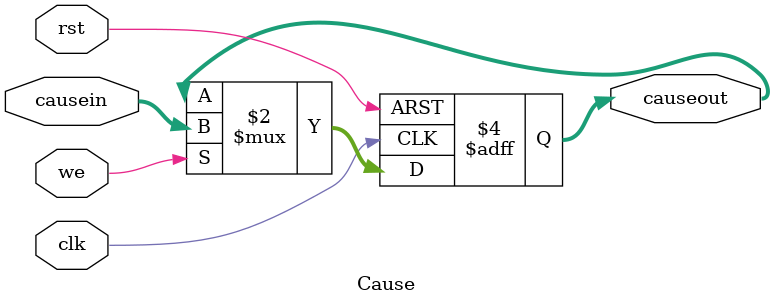
<source format=v>
`timescale 1ns / 1ps
module Cause(
	input clk, rst, we,
	input [2:0] causein,
	output reg [2:0] causeout
    );

always @ (posedge clk or posedge rst)
begin
	if(rst) causeout <= 0;
	else
	begin
		if(we) causeout <= causein;
	end
end

endmodule

</source>
